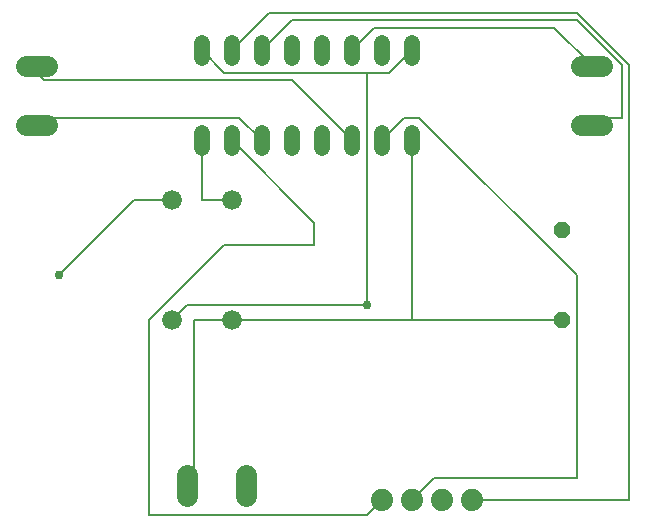
<source format=gbr>
G04 EAGLE Gerber RS-274X export*
G75*
%MOMM*%
%FSLAX34Y34*%
%LPD*%
%INBottom Copper*%
%IPPOS*%
%AMOC8*
5,1,8,0,0,1.08239X$1,22.5*%
G01*
%ADD10P,1.539592X8X112.500000*%
%ADD11C,1.676400*%
%ADD12C,1.320800*%
%ADD13C,1.879600*%
%ADD14C,1.790700*%
%ADD15C,0.152400*%
%ADD16C,0.756400*%


D10*
X520700Y190500D03*
X520700Y266700D03*
D11*
X241300Y292100D03*
X241300Y190500D03*
X190500Y292100D03*
X190500Y190500D03*
D12*
X215900Y336296D02*
X215900Y349504D01*
X241300Y349504D02*
X241300Y336296D01*
X368300Y336296D02*
X368300Y349504D01*
X393700Y349504D02*
X393700Y336296D01*
X266700Y336296D02*
X266700Y349504D01*
X292100Y349504D02*
X292100Y336296D01*
X342900Y336296D02*
X342900Y349504D01*
X317500Y349504D02*
X317500Y336296D01*
X393700Y412496D02*
X393700Y425704D01*
X368300Y425704D02*
X368300Y412496D01*
X342900Y412496D02*
X342900Y425704D01*
X317500Y425704D02*
X317500Y412496D01*
X292100Y412496D02*
X292100Y425704D01*
X266700Y425704D02*
X266700Y412496D01*
X241300Y412496D02*
X241300Y425704D01*
X215900Y425704D02*
X215900Y412496D01*
D13*
X368300Y38100D03*
X393700Y38100D03*
X419100Y38100D03*
X444500Y38100D03*
D14*
X203600Y41847D02*
X203600Y59754D01*
X253600Y59754D02*
X253600Y41847D01*
X537147Y356000D02*
X555054Y356000D01*
X555054Y406000D02*
X537147Y406000D01*
X85154Y406000D02*
X67247Y406000D01*
X67247Y356000D02*
X85154Y356000D01*
D15*
X158750Y292100D02*
X95250Y228600D01*
X158750Y292100D02*
X190500Y292100D01*
D16*
X95250Y228600D03*
D15*
X215900Y292100D02*
X215900Y342900D01*
X215900Y292100D02*
X241300Y292100D01*
X374650Y400050D02*
X393700Y419100D01*
X355600Y400050D02*
X234950Y400050D01*
X355600Y400050D02*
X374650Y400050D01*
X234950Y400050D02*
X215900Y419100D01*
X355600Y400050D02*
X355600Y203200D01*
X203200Y203200D02*
X190500Y190500D01*
X203200Y203200D02*
X355600Y203200D01*
D16*
X355600Y203200D03*
D15*
X209550Y190500D02*
X209550Y50800D01*
X209550Y190500D02*
X241300Y190500D01*
X209550Y50800D02*
X203600Y50800D01*
X393700Y190500D02*
X393700Y342900D01*
X393700Y190500D02*
X520700Y190500D01*
X393700Y190500D02*
X241300Y190500D01*
X266700Y419100D02*
X292100Y444500D01*
X533400Y444500D01*
X571500Y406400D01*
X571500Y361950D01*
X546100Y361950D01*
X546100Y356000D01*
X361950Y438150D02*
X342900Y419100D01*
X361950Y438150D02*
X514350Y438150D01*
X546100Y406400D01*
X546100Y406000D01*
X266700Y342900D02*
X247650Y361950D01*
X76200Y361950D01*
X76200Y356000D01*
X292100Y393700D02*
X342900Y342900D01*
X292100Y393700D02*
X82550Y393700D01*
X76200Y400050D01*
X76200Y406000D01*
X241300Y419100D02*
X273050Y450850D01*
X533400Y450850D01*
X577850Y406400D01*
X577850Y38100D01*
X444500Y38100D01*
X368300Y342900D02*
X387350Y361950D01*
X400050Y361950D01*
X533400Y228600D01*
X533400Y57150D01*
X412750Y57150D01*
X393700Y38100D01*
X311150Y273050D02*
X241300Y342900D01*
X311150Y273050D02*
X311150Y254000D01*
X234950Y254000D01*
X171450Y190500D01*
X171450Y25400D01*
X330200Y25400D02*
X355600Y25400D01*
X330200Y25400D02*
X171450Y25400D01*
X355600Y25400D02*
X368300Y38100D01*
M02*

</source>
